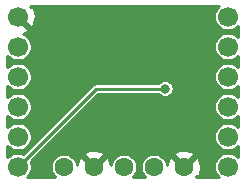
<source format=gbr>
G04 #@! TF.GenerationSoftware,KiCad,Pcbnew,(5.1.9-0-10_14)*
G04 #@! TF.CreationDate,2021-02-24T12:23:29+01:00*
G04 #@! TF.ProjectId,l0_Load,6c305f4c-6f61-4642-9e6b-696361645f70,rev?*
G04 #@! TF.SameCoordinates,Original*
G04 #@! TF.FileFunction,Copper,L2,Bot*
G04 #@! TF.FilePolarity,Positive*
%FSLAX46Y46*%
G04 Gerber Fmt 4.6, Leading zero omitted, Abs format (unit mm)*
G04 Created by KiCad (PCBNEW (5.1.9-0-10_14)) date 2021-02-24 12:23:29*
%MOMM*%
%LPD*%
G01*
G04 APERTURE LIST*
G04 #@! TA.AperFunction,ComponentPad*
%ADD10C,1.600000*%
G04 #@! TD*
G04 #@! TA.AperFunction,ComponentPad*
%ADD11C,1.700000*%
G04 #@! TD*
G04 #@! TA.AperFunction,ViaPad*
%ADD12C,0.800000*%
G04 #@! TD*
G04 #@! TA.AperFunction,Conductor*
%ADD13C,0.250000*%
G04 #@! TD*
G04 #@! TA.AperFunction,Conductor*
%ADD14C,0.254000*%
G04 #@! TD*
G04 #@! TA.AperFunction,Conductor*
%ADD15C,0.100000*%
G04 #@! TD*
G04 APERTURE END LIST*
D10*
X177800000Y-89789000D03*
X175260000Y-89789000D03*
X172720000Y-89789000D03*
X170180000Y-89789000D03*
X167640000Y-89789000D03*
D11*
X181518600Y-79603600D03*
X181518600Y-77063600D03*
X181518600Y-87223600D03*
X181518600Y-82143600D03*
X181518600Y-89763600D03*
X163743600Y-77063600D03*
X163743600Y-87223600D03*
X163743600Y-82143600D03*
X181518600Y-84683600D03*
X163743600Y-84683600D03*
X163743600Y-89763600D03*
X163743600Y-79603600D03*
D12*
X176197100Y-83154600D03*
X167688100Y-83789600D03*
X165783100Y-78963600D03*
D13*
X170352600Y-83154600D02*
X176197100Y-83154600D01*
X163743600Y-89763600D02*
X170352600Y-83154600D01*
D14*
X180604364Y-76313306D02*
X180475556Y-76506081D01*
X180386831Y-76720282D01*
X180341600Y-76947676D01*
X180341600Y-77179524D01*
X180386831Y-77406918D01*
X180475556Y-77621119D01*
X180604364Y-77813894D01*
X180768306Y-77977836D01*
X180961081Y-78106644D01*
X181175282Y-78195369D01*
X181402676Y-78240600D01*
X181634524Y-78240600D01*
X181861918Y-78195369D01*
X182076119Y-78106644D01*
X182268894Y-77977836D01*
X182405447Y-77841283D01*
X182406093Y-78826563D01*
X182268894Y-78689364D01*
X182076119Y-78560556D01*
X181861918Y-78471831D01*
X181634524Y-78426600D01*
X181402676Y-78426600D01*
X181175282Y-78471831D01*
X180961081Y-78560556D01*
X180768306Y-78689364D01*
X180604364Y-78853306D01*
X180475556Y-79046081D01*
X180386831Y-79260282D01*
X180341600Y-79487676D01*
X180341600Y-79719524D01*
X180386831Y-79946918D01*
X180475556Y-80161119D01*
X180604364Y-80353894D01*
X180768306Y-80517836D01*
X180961081Y-80646644D01*
X181175282Y-80735369D01*
X181402676Y-80780600D01*
X181634524Y-80780600D01*
X181861918Y-80735369D01*
X182076119Y-80646644D01*
X182268894Y-80517836D01*
X182407112Y-80379618D01*
X182407760Y-81368230D01*
X182268894Y-81229364D01*
X182076119Y-81100556D01*
X181861918Y-81011831D01*
X181634524Y-80966600D01*
X181402676Y-80966600D01*
X181175282Y-81011831D01*
X180961081Y-81100556D01*
X180768306Y-81229364D01*
X180604364Y-81393306D01*
X180475556Y-81586081D01*
X180386831Y-81800282D01*
X180341600Y-82027676D01*
X180341600Y-82259524D01*
X180386831Y-82486918D01*
X180475556Y-82701119D01*
X180604364Y-82893894D01*
X180768306Y-83057836D01*
X180961081Y-83186644D01*
X181175282Y-83275369D01*
X181402676Y-83320600D01*
X181634524Y-83320600D01*
X181861918Y-83275369D01*
X182076119Y-83186644D01*
X182268894Y-83057836D01*
X182408777Y-82917953D01*
X182409428Y-83909898D01*
X182268894Y-83769364D01*
X182076119Y-83640556D01*
X181861918Y-83551831D01*
X181634524Y-83506600D01*
X181402676Y-83506600D01*
X181175282Y-83551831D01*
X180961081Y-83640556D01*
X180768306Y-83769364D01*
X180604364Y-83933306D01*
X180475556Y-84126081D01*
X180386831Y-84340282D01*
X180341600Y-84567676D01*
X180341600Y-84799524D01*
X180386831Y-85026918D01*
X180475556Y-85241119D01*
X180604364Y-85433894D01*
X180768306Y-85597836D01*
X180961081Y-85726644D01*
X181175282Y-85815369D01*
X181402676Y-85860600D01*
X181634524Y-85860600D01*
X181861918Y-85815369D01*
X182076119Y-85726644D01*
X182268894Y-85597836D01*
X182410442Y-85456288D01*
X182411095Y-86451565D01*
X182268894Y-86309364D01*
X182076119Y-86180556D01*
X181861918Y-86091831D01*
X181634524Y-86046600D01*
X181402676Y-86046600D01*
X181175282Y-86091831D01*
X180961081Y-86180556D01*
X180768306Y-86309364D01*
X180604364Y-86473306D01*
X180475556Y-86666081D01*
X180386831Y-86880282D01*
X180341600Y-87107676D01*
X180341600Y-87339524D01*
X180386831Y-87566918D01*
X180475556Y-87781119D01*
X180604364Y-87973894D01*
X180768306Y-88137836D01*
X180961081Y-88266644D01*
X181175282Y-88355369D01*
X181402676Y-88400600D01*
X181634524Y-88400600D01*
X181861918Y-88355369D01*
X182076119Y-88266644D01*
X182268894Y-88137836D01*
X182412107Y-87994623D01*
X182412762Y-88993232D01*
X182268894Y-88849364D01*
X182076119Y-88720556D01*
X181861918Y-88631831D01*
X181634524Y-88586600D01*
X181402676Y-88586600D01*
X181175282Y-88631831D01*
X180961081Y-88720556D01*
X180768306Y-88849364D01*
X180604364Y-89013306D01*
X180475556Y-89206081D01*
X180386831Y-89420282D01*
X180341600Y-89647676D01*
X180341600Y-89879524D01*
X180386831Y-90106918D01*
X180475556Y-90321119D01*
X180604364Y-90513894D01*
X180747070Y-90656600D01*
X178847207Y-90656600D01*
X178792704Y-90602097D01*
X179036671Y-90530514D01*
X179157571Y-90275004D01*
X179226300Y-90000816D01*
X179240217Y-89718488D01*
X179198787Y-89438870D01*
X179103603Y-89172708D01*
X179036671Y-89047486D01*
X178792702Y-88975903D01*
X177979605Y-89789000D01*
X177993748Y-89803143D01*
X177814143Y-89982748D01*
X177800000Y-89968605D01*
X177785858Y-89982748D01*
X177606253Y-89803143D01*
X177620395Y-89789000D01*
X176807298Y-88975903D01*
X176563329Y-89047486D01*
X176442429Y-89302996D01*
X176373700Y-89577184D01*
X176372359Y-89604393D01*
X176343690Y-89460266D01*
X176258734Y-89255165D01*
X176135398Y-89070579D01*
X175978421Y-88913602D01*
X175802863Y-88796298D01*
X176986903Y-88796298D01*
X177800000Y-89609395D01*
X178613097Y-88796298D01*
X178541514Y-88552329D01*
X178286004Y-88431429D01*
X178011816Y-88362700D01*
X177729488Y-88348783D01*
X177449870Y-88390213D01*
X177183708Y-88485397D01*
X177058486Y-88552329D01*
X176986903Y-88796298D01*
X175802863Y-88796298D01*
X175793835Y-88790266D01*
X175588734Y-88705310D01*
X175371000Y-88662000D01*
X175149000Y-88662000D01*
X174931266Y-88705310D01*
X174726165Y-88790266D01*
X174541579Y-88913602D01*
X174384602Y-89070579D01*
X174261266Y-89255165D01*
X174176310Y-89460266D01*
X174133000Y-89678000D01*
X174133000Y-89900000D01*
X174176310Y-90117734D01*
X174261266Y-90322835D01*
X174384602Y-90507421D01*
X174533781Y-90656600D01*
X173446219Y-90656600D01*
X173595398Y-90507421D01*
X173718734Y-90322835D01*
X173803690Y-90117734D01*
X173847000Y-89900000D01*
X173847000Y-89678000D01*
X173803690Y-89460266D01*
X173718734Y-89255165D01*
X173595398Y-89070579D01*
X173438421Y-88913602D01*
X173253835Y-88790266D01*
X173048734Y-88705310D01*
X172831000Y-88662000D01*
X172609000Y-88662000D01*
X172391266Y-88705310D01*
X172186165Y-88790266D01*
X172001579Y-88913602D01*
X171844602Y-89070579D01*
X171721266Y-89255165D01*
X171636310Y-89460266D01*
X171605160Y-89616867D01*
X171578787Y-89438870D01*
X171483603Y-89172708D01*
X171416671Y-89047486D01*
X171172702Y-88975903D01*
X170359605Y-89789000D01*
X170373748Y-89803143D01*
X170194143Y-89982748D01*
X170180000Y-89968605D01*
X170165858Y-89982748D01*
X169986253Y-89803143D01*
X170000395Y-89789000D01*
X169187298Y-88975903D01*
X168943329Y-89047486D01*
X168822429Y-89302996D01*
X168753700Y-89577184D01*
X168752359Y-89604393D01*
X168723690Y-89460266D01*
X168638734Y-89255165D01*
X168515398Y-89070579D01*
X168358421Y-88913602D01*
X168182863Y-88796298D01*
X169366903Y-88796298D01*
X170180000Y-89609395D01*
X170993097Y-88796298D01*
X170921514Y-88552329D01*
X170666004Y-88431429D01*
X170391816Y-88362700D01*
X170109488Y-88348783D01*
X169829870Y-88390213D01*
X169563708Y-88485397D01*
X169438486Y-88552329D01*
X169366903Y-88796298D01*
X168182863Y-88796298D01*
X168173835Y-88790266D01*
X167968734Y-88705310D01*
X167751000Y-88662000D01*
X167529000Y-88662000D01*
X167311266Y-88705310D01*
X167106165Y-88790266D01*
X166921579Y-88913602D01*
X166764602Y-89070579D01*
X166641266Y-89255165D01*
X166556310Y-89460266D01*
X166513000Y-89678000D01*
X166513000Y-89900000D01*
X166556310Y-90117734D01*
X166641266Y-90322835D01*
X166764602Y-90507421D01*
X166913781Y-90656600D01*
X164515130Y-90656600D01*
X164657836Y-90513894D01*
X164786644Y-90321119D01*
X164875369Y-90106918D01*
X164920600Y-89879524D01*
X164920600Y-89647676D01*
X164875369Y-89420282D01*
X164831661Y-89314762D01*
X170539825Y-83606600D01*
X175624761Y-83606600D01*
X175632402Y-83618036D01*
X175733664Y-83719298D01*
X175852736Y-83798859D01*
X175985042Y-83853662D01*
X176125497Y-83881600D01*
X176268703Y-83881600D01*
X176409158Y-83853662D01*
X176541464Y-83798859D01*
X176660536Y-83719298D01*
X176761798Y-83618036D01*
X176841359Y-83498964D01*
X176896162Y-83366658D01*
X176924100Y-83226203D01*
X176924100Y-83082997D01*
X176896162Y-82942542D01*
X176841359Y-82810236D01*
X176761798Y-82691164D01*
X176660536Y-82589902D01*
X176541464Y-82510341D01*
X176409158Y-82455538D01*
X176268703Y-82427600D01*
X176125497Y-82427600D01*
X175985042Y-82455538D01*
X175852736Y-82510341D01*
X175733664Y-82589902D01*
X175632402Y-82691164D01*
X175624761Y-82702600D01*
X170374802Y-82702600D01*
X170352599Y-82700413D01*
X170330396Y-82702600D01*
X170330395Y-82702600D01*
X170263993Y-82709140D01*
X170178790Y-82734986D01*
X170100267Y-82776957D01*
X170031441Y-82833441D01*
X170017286Y-82850689D01*
X164192438Y-88675539D01*
X164086918Y-88631831D01*
X163859524Y-88586600D01*
X163627676Y-88586600D01*
X163400282Y-88631831D01*
X163186081Y-88720556D01*
X162993306Y-88849364D01*
X162849438Y-88993232D01*
X162850093Y-87994623D01*
X162993306Y-88137836D01*
X163186081Y-88266644D01*
X163400282Y-88355369D01*
X163627676Y-88400600D01*
X163859524Y-88400600D01*
X164086918Y-88355369D01*
X164301119Y-88266644D01*
X164493894Y-88137836D01*
X164657836Y-87973894D01*
X164786644Y-87781119D01*
X164875369Y-87566918D01*
X164920600Y-87339524D01*
X164920600Y-87107676D01*
X164875369Y-86880282D01*
X164786644Y-86666081D01*
X164657836Y-86473306D01*
X164493894Y-86309364D01*
X164301119Y-86180556D01*
X164086918Y-86091831D01*
X163859524Y-86046600D01*
X163627676Y-86046600D01*
X163400282Y-86091831D01*
X163186081Y-86180556D01*
X162993306Y-86309364D01*
X162851105Y-86451565D01*
X162851758Y-85456288D01*
X162993306Y-85597836D01*
X163186081Y-85726644D01*
X163400282Y-85815369D01*
X163627676Y-85860600D01*
X163859524Y-85860600D01*
X164086918Y-85815369D01*
X164301119Y-85726644D01*
X164493894Y-85597836D01*
X164657836Y-85433894D01*
X164786644Y-85241119D01*
X164875369Y-85026918D01*
X164920600Y-84799524D01*
X164920600Y-84567676D01*
X164875369Y-84340282D01*
X164786644Y-84126081D01*
X164657836Y-83933306D01*
X164493894Y-83769364D01*
X164301119Y-83640556D01*
X164086918Y-83551831D01*
X163859524Y-83506600D01*
X163627676Y-83506600D01*
X163400282Y-83551831D01*
X163186081Y-83640556D01*
X162993306Y-83769364D01*
X162852772Y-83909898D01*
X162853423Y-82917953D01*
X162993306Y-83057836D01*
X163186081Y-83186644D01*
X163400282Y-83275369D01*
X163627676Y-83320600D01*
X163859524Y-83320600D01*
X164086918Y-83275369D01*
X164301119Y-83186644D01*
X164493894Y-83057836D01*
X164657836Y-82893894D01*
X164786644Y-82701119D01*
X164875369Y-82486918D01*
X164920600Y-82259524D01*
X164920600Y-82027676D01*
X164875369Y-81800282D01*
X164786644Y-81586081D01*
X164657836Y-81393306D01*
X164493894Y-81229364D01*
X164301119Y-81100556D01*
X164086918Y-81011831D01*
X163859524Y-80966600D01*
X163627676Y-80966600D01*
X163400282Y-81011831D01*
X163186081Y-81100556D01*
X162993306Y-81229364D01*
X162854440Y-81368230D01*
X162855088Y-80379618D01*
X162993306Y-80517836D01*
X163186081Y-80646644D01*
X163400282Y-80735369D01*
X163627676Y-80780600D01*
X163859524Y-80780600D01*
X164086918Y-80735369D01*
X164301119Y-80646644D01*
X164493894Y-80517836D01*
X164657836Y-80353894D01*
X164786644Y-80161119D01*
X164875369Y-79946918D01*
X164920600Y-79719524D01*
X164920600Y-79487676D01*
X164875369Y-79260282D01*
X164786644Y-79046081D01*
X164657836Y-78853306D01*
X164493894Y-78689364D01*
X164301119Y-78560556D01*
X164146225Y-78496397D01*
X164377347Y-78414519D01*
X164514757Y-78341072D01*
X164592392Y-78091997D01*
X163743600Y-77243205D01*
X163729458Y-77257348D01*
X163549853Y-77077743D01*
X163563995Y-77063600D01*
X163549853Y-77049458D01*
X163729458Y-76869853D01*
X163743600Y-76883995D01*
X163757743Y-76869853D01*
X163937348Y-77049458D01*
X163923205Y-77063600D01*
X164771997Y-77912392D01*
X165021072Y-77834757D01*
X165146971Y-77570717D01*
X165218939Y-77287189D01*
X165234211Y-76995069D01*
X165192199Y-76705581D01*
X165094519Y-76429853D01*
X165021072Y-76292443D01*
X164771999Y-76214809D01*
X164821208Y-76165600D01*
X180752070Y-76165600D01*
X180604364Y-76313306D01*
G04 #@! TA.AperFunction,Conductor*
D15*
G36*
X180604364Y-76313306D02*
G01*
X180475556Y-76506081D01*
X180386831Y-76720282D01*
X180341600Y-76947676D01*
X180341600Y-77179524D01*
X180386831Y-77406918D01*
X180475556Y-77621119D01*
X180604364Y-77813894D01*
X180768306Y-77977836D01*
X180961081Y-78106644D01*
X181175282Y-78195369D01*
X181402676Y-78240600D01*
X181634524Y-78240600D01*
X181861918Y-78195369D01*
X182076119Y-78106644D01*
X182268894Y-77977836D01*
X182405447Y-77841283D01*
X182406093Y-78826563D01*
X182268894Y-78689364D01*
X182076119Y-78560556D01*
X181861918Y-78471831D01*
X181634524Y-78426600D01*
X181402676Y-78426600D01*
X181175282Y-78471831D01*
X180961081Y-78560556D01*
X180768306Y-78689364D01*
X180604364Y-78853306D01*
X180475556Y-79046081D01*
X180386831Y-79260282D01*
X180341600Y-79487676D01*
X180341600Y-79719524D01*
X180386831Y-79946918D01*
X180475556Y-80161119D01*
X180604364Y-80353894D01*
X180768306Y-80517836D01*
X180961081Y-80646644D01*
X181175282Y-80735369D01*
X181402676Y-80780600D01*
X181634524Y-80780600D01*
X181861918Y-80735369D01*
X182076119Y-80646644D01*
X182268894Y-80517836D01*
X182407112Y-80379618D01*
X182407760Y-81368230D01*
X182268894Y-81229364D01*
X182076119Y-81100556D01*
X181861918Y-81011831D01*
X181634524Y-80966600D01*
X181402676Y-80966600D01*
X181175282Y-81011831D01*
X180961081Y-81100556D01*
X180768306Y-81229364D01*
X180604364Y-81393306D01*
X180475556Y-81586081D01*
X180386831Y-81800282D01*
X180341600Y-82027676D01*
X180341600Y-82259524D01*
X180386831Y-82486918D01*
X180475556Y-82701119D01*
X180604364Y-82893894D01*
X180768306Y-83057836D01*
X180961081Y-83186644D01*
X181175282Y-83275369D01*
X181402676Y-83320600D01*
X181634524Y-83320600D01*
X181861918Y-83275369D01*
X182076119Y-83186644D01*
X182268894Y-83057836D01*
X182408777Y-82917953D01*
X182409428Y-83909898D01*
X182268894Y-83769364D01*
X182076119Y-83640556D01*
X181861918Y-83551831D01*
X181634524Y-83506600D01*
X181402676Y-83506600D01*
X181175282Y-83551831D01*
X180961081Y-83640556D01*
X180768306Y-83769364D01*
X180604364Y-83933306D01*
X180475556Y-84126081D01*
X180386831Y-84340282D01*
X180341600Y-84567676D01*
X180341600Y-84799524D01*
X180386831Y-85026918D01*
X180475556Y-85241119D01*
X180604364Y-85433894D01*
X180768306Y-85597836D01*
X180961081Y-85726644D01*
X181175282Y-85815369D01*
X181402676Y-85860600D01*
X181634524Y-85860600D01*
X181861918Y-85815369D01*
X182076119Y-85726644D01*
X182268894Y-85597836D01*
X182410442Y-85456288D01*
X182411095Y-86451565D01*
X182268894Y-86309364D01*
X182076119Y-86180556D01*
X181861918Y-86091831D01*
X181634524Y-86046600D01*
X181402676Y-86046600D01*
X181175282Y-86091831D01*
X180961081Y-86180556D01*
X180768306Y-86309364D01*
X180604364Y-86473306D01*
X180475556Y-86666081D01*
X180386831Y-86880282D01*
X180341600Y-87107676D01*
X180341600Y-87339524D01*
X180386831Y-87566918D01*
X180475556Y-87781119D01*
X180604364Y-87973894D01*
X180768306Y-88137836D01*
X180961081Y-88266644D01*
X181175282Y-88355369D01*
X181402676Y-88400600D01*
X181634524Y-88400600D01*
X181861918Y-88355369D01*
X182076119Y-88266644D01*
X182268894Y-88137836D01*
X182412107Y-87994623D01*
X182412762Y-88993232D01*
X182268894Y-88849364D01*
X182076119Y-88720556D01*
X181861918Y-88631831D01*
X181634524Y-88586600D01*
X181402676Y-88586600D01*
X181175282Y-88631831D01*
X180961081Y-88720556D01*
X180768306Y-88849364D01*
X180604364Y-89013306D01*
X180475556Y-89206081D01*
X180386831Y-89420282D01*
X180341600Y-89647676D01*
X180341600Y-89879524D01*
X180386831Y-90106918D01*
X180475556Y-90321119D01*
X180604364Y-90513894D01*
X180747070Y-90656600D01*
X178847207Y-90656600D01*
X178792704Y-90602097D01*
X179036671Y-90530514D01*
X179157571Y-90275004D01*
X179226300Y-90000816D01*
X179240217Y-89718488D01*
X179198787Y-89438870D01*
X179103603Y-89172708D01*
X179036671Y-89047486D01*
X178792702Y-88975903D01*
X177979605Y-89789000D01*
X177993748Y-89803143D01*
X177814143Y-89982748D01*
X177800000Y-89968605D01*
X177785858Y-89982748D01*
X177606253Y-89803143D01*
X177620395Y-89789000D01*
X176807298Y-88975903D01*
X176563329Y-89047486D01*
X176442429Y-89302996D01*
X176373700Y-89577184D01*
X176372359Y-89604393D01*
X176343690Y-89460266D01*
X176258734Y-89255165D01*
X176135398Y-89070579D01*
X175978421Y-88913602D01*
X175802863Y-88796298D01*
X176986903Y-88796298D01*
X177800000Y-89609395D01*
X178613097Y-88796298D01*
X178541514Y-88552329D01*
X178286004Y-88431429D01*
X178011816Y-88362700D01*
X177729488Y-88348783D01*
X177449870Y-88390213D01*
X177183708Y-88485397D01*
X177058486Y-88552329D01*
X176986903Y-88796298D01*
X175802863Y-88796298D01*
X175793835Y-88790266D01*
X175588734Y-88705310D01*
X175371000Y-88662000D01*
X175149000Y-88662000D01*
X174931266Y-88705310D01*
X174726165Y-88790266D01*
X174541579Y-88913602D01*
X174384602Y-89070579D01*
X174261266Y-89255165D01*
X174176310Y-89460266D01*
X174133000Y-89678000D01*
X174133000Y-89900000D01*
X174176310Y-90117734D01*
X174261266Y-90322835D01*
X174384602Y-90507421D01*
X174533781Y-90656600D01*
X173446219Y-90656600D01*
X173595398Y-90507421D01*
X173718734Y-90322835D01*
X173803690Y-90117734D01*
X173847000Y-89900000D01*
X173847000Y-89678000D01*
X173803690Y-89460266D01*
X173718734Y-89255165D01*
X173595398Y-89070579D01*
X173438421Y-88913602D01*
X173253835Y-88790266D01*
X173048734Y-88705310D01*
X172831000Y-88662000D01*
X172609000Y-88662000D01*
X172391266Y-88705310D01*
X172186165Y-88790266D01*
X172001579Y-88913602D01*
X171844602Y-89070579D01*
X171721266Y-89255165D01*
X171636310Y-89460266D01*
X171605160Y-89616867D01*
X171578787Y-89438870D01*
X171483603Y-89172708D01*
X171416671Y-89047486D01*
X171172702Y-88975903D01*
X170359605Y-89789000D01*
X170373748Y-89803143D01*
X170194143Y-89982748D01*
X170180000Y-89968605D01*
X170165858Y-89982748D01*
X169986253Y-89803143D01*
X170000395Y-89789000D01*
X169187298Y-88975903D01*
X168943329Y-89047486D01*
X168822429Y-89302996D01*
X168753700Y-89577184D01*
X168752359Y-89604393D01*
X168723690Y-89460266D01*
X168638734Y-89255165D01*
X168515398Y-89070579D01*
X168358421Y-88913602D01*
X168182863Y-88796298D01*
X169366903Y-88796298D01*
X170180000Y-89609395D01*
X170993097Y-88796298D01*
X170921514Y-88552329D01*
X170666004Y-88431429D01*
X170391816Y-88362700D01*
X170109488Y-88348783D01*
X169829870Y-88390213D01*
X169563708Y-88485397D01*
X169438486Y-88552329D01*
X169366903Y-88796298D01*
X168182863Y-88796298D01*
X168173835Y-88790266D01*
X167968734Y-88705310D01*
X167751000Y-88662000D01*
X167529000Y-88662000D01*
X167311266Y-88705310D01*
X167106165Y-88790266D01*
X166921579Y-88913602D01*
X166764602Y-89070579D01*
X166641266Y-89255165D01*
X166556310Y-89460266D01*
X166513000Y-89678000D01*
X166513000Y-89900000D01*
X166556310Y-90117734D01*
X166641266Y-90322835D01*
X166764602Y-90507421D01*
X166913781Y-90656600D01*
X164515130Y-90656600D01*
X164657836Y-90513894D01*
X164786644Y-90321119D01*
X164875369Y-90106918D01*
X164920600Y-89879524D01*
X164920600Y-89647676D01*
X164875369Y-89420282D01*
X164831661Y-89314762D01*
X170539825Y-83606600D01*
X175624761Y-83606600D01*
X175632402Y-83618036D01*
X175733664Y-83719298D01*
X175852736Y-83798859D01*
X175985042Y-83853662D01*
X176125497Y-83881600D01*
X176268703Y-83881600D01*
X176409158Y-83853662D01*
X176541464Y-83798859D01*
X176660536Y-83719298D01*
X176761798Y-83618036D01*
X176841359Y-83498964D01*
X176896162Y-83366658D01*
X176924100Y-83226203D01*
X176924100Y-83082997D01*
X176896162Y-82942542D01*
X176841359Y-82810236D01*
X176761798Y-82691164D01*
X176660536Y-82589902D01*
X176541464Y-82510341D01*
X176409158Y-82455538D01*
X176268703Y-82427600D01*
X176125497Y-82427600D01*
X175985042Y-82455538D01*
X175852736Y-82510341D01*
X175733664Y-82589902D01*
X175632402Y-82691164D01*
X175624761Y-82702600D01*
X170374802Y-82702600D01*
X170352599Y-82700413D01*
X170330396Y-82702600D01*
X170330395Y-82702600D01*
X170263993Y-82709140D01*
X170178790Y-82734986D01*
X170100267Y-82776957D01*
X170031441Y-82833441D01*
X170017286Y-82850689D01*
X164192438Y-88675539D01*
X164086918Y-88631831D01*
X163859524Y-88586600D01*
X163627676Y-88586600D01*
X163400282Y-88631831D01*
X163186081Y-88720556D01*
X162993306Y-88849364D01*
X162849438Y-88993232D01*
X162850093Y-87994623D01*
X162993306Y-88137836D01*
X163186081Y-88266644D01*
X163400282Y-88355369D01*
X163627676Y-88400600D01*
X163859524Y-88400600D01*
X164086918Y-88355369D01*
X164301119Y-88266644D01*
X164493894Y-88137836D01*
X164657836Y-87973894D01*
X164786644Y-87781119D01*
X164875369Y-87566918D01*
X164920600Y-87339524D01*
X164920600Y-87107676D01*
X164875369Y-86880282D01*
X164786644Y-86666081D01*
X164657836Y-86473306D01*
X164493894Y-86309364D01*
X164301119Y-86180556D01*
X164086918Y-86091831D01*
X163859524Y-86046600D01*
X163627676Y-86046600D01*
X163400282Y-86091831D01*
X163186081Y-86180556D01*
X162993306Y-86309364D01*
X162851105Y-86451565D01*
X162851758Y-85456288D01*
X162993306Y-85597836D01*
X163186081Y-85726644D01*
X163400282Y-85815369D01*
X163627676Y-85860600D01*
X163859524Y-85860600D01*
X164086918Y-85815369D01*
X164301119Y-85726644D01*
X164493894Y-85597836D01*
X164657836Y-85433894D01*
X164786644Y-85241119D01*
X164875369Y-85026918D01*
X164920600Y-84799524D01*
X164920600Y-84567676D01*
X164875369Y-84340282D01*
X164786644Y-84126081D01*
X164657836Y-83933306D01*
X164493894Y-83769364D01*
X164301119Y-83640556D01*
X164086918Y-83551831D01*
X163859524Y-83506600D01*
X163627676Y-83506600D01*
X163400282Y-83551831D01*
X163186081Y-83640556D01*
X162993306Y-83769364D01*
X162852772Y-83909898D01*
X162853423Y-82917953D01*
X162993306Y-83057836D01*
X163186081Y-83186644D01*
X163400282Y-83275369D01*
X163627676Y-83320600D01*
X163859524Y-83320600D01*
X164086918Y-83275369D01*
X164301119Y-83186644D01*
X164493894Y-83057836D01*
X164657836Y-82893894D01*
X164786644Y-82701119D01*
X164875369Y-82486918D01*
X164920600Y-82259524D01*
X164920600Y-82027676D01*
X164875369Y-81800282D01*
X164786644Y-81586081D01*
X164657836Y-81393306D01*
X164493894Y-81229364D01*
X164301119Y-81100556D01*
X164086918Y-81011831D01*
X163859524Y-80966600D01*
X163627676Y-80966600D01*
X163400282Y-81011831D01*
X163186081Y-81100556D01*
X162993306Y-81229364D01*
X162854440Y-81368230D01*
X162855088Y-80379618D01*
X162993306Y-80517836D01*
X163186081Y-80646644D01*
X163400282Y-80735369D01*
X163627676Y-80780600D01*
X163859524Y-80780600D01*
X164086918Y-80735369D01*
X164301119Y-80646644D01*
X164493894Y-80517836D01*
X164657836Y-80353894D01*
X164786644Y-80161119D01*
X164875369Y-79946918D01*
X164920600Y-79719524D01*
X164920600Y-79487676D01*
X164875369Y-79260282D01*
X164786644Y-79046081D01*
X164657836Y-78853306D01*
X164493894Y-78689364D01*
X164301119Y-78560556D01*
X164146225Y-78496397D01*
X164377347Y-78414519D01*
X164514757Y-78341072D01*
X164592392Y-78091997D01*
X163743600Y-77243205D01*
X163729458Y-77257348D01*
X163549853Y-77077743D01*
X163563995Y-77063600D01*
X163549853Y-77049458D01*
X163729458Y-76869853D01*
X163743600Y-76883995D01*
X163757743Y-76869853D01*
X163937348Y-77049458D01*
X163923205Y-77063600D01*
X164771997Y-77912392D01*
X165021072Y-77834757D01*
X165146971Y-77570717D01*
X165218939Y-77287189D01*
X165234211Y-76995069D01*
X165192199Y-76705581D01*
X165094519Y-76429853D01*
X165021072Y-76292443D01*
X164771999Y-76214809D01*
X164821208Y-76165600D01*
X180752070Y-76165600D01*
X180604364Y-76313306D01*
G37*
G04 #@! TD.AperFunction*
M02*

</source>
